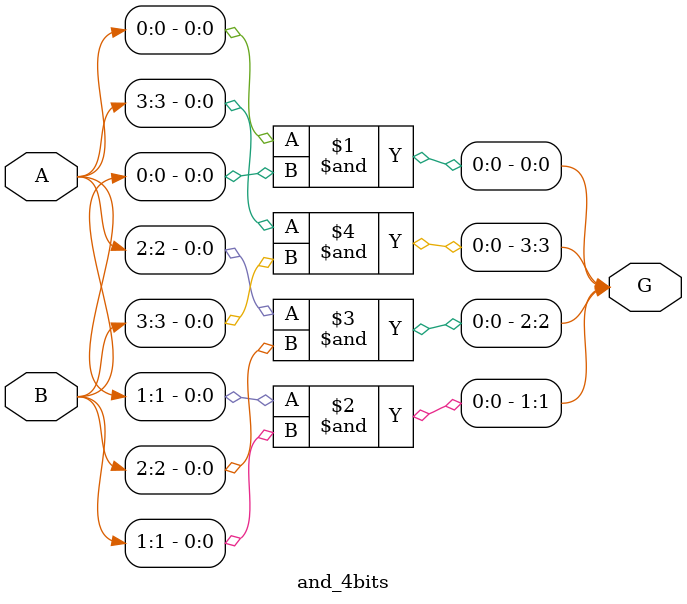
<source format=v>
`timescale 1ns / 1ps
module and_4bits(input[3:0] A, input[3:0] B, output[3:0] G);
	and g0(G[0], A[0], B[0]);
	and g1(G[1], A[1], B[1]);
	and g2(G[2], A[2], B[2]);
	and g3(G[3], A[3], B[3]);
endmodule



</source>
